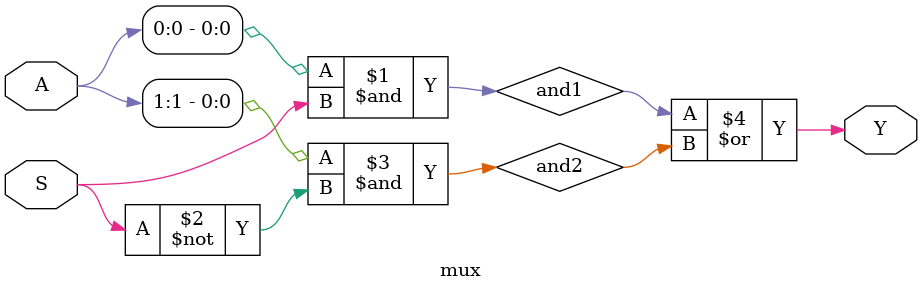
<source format=v>
module mux (
  input [1:0] A,
  input S,
  output Y
);

wire and1, and2;

and a1 (and1, A[0], S);
and a2 (and2, A[1], ~S);

or o1 (Y, and1, and2);

endmodule

</source>
